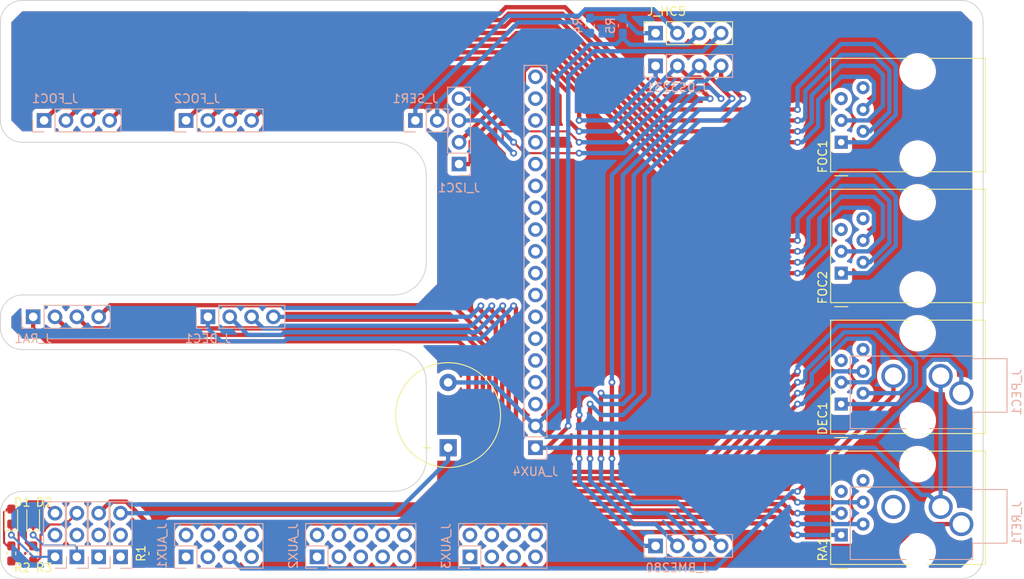
<source format=kicad_pcb>
(kicad_pcb (version 20171130) (host pcbnew 5.1.5+dfsg1-2build2)
  (title_block (rev 1))
  (layers (0 Front signal) (31 Back signal) (34 B.Paste user) (35 F.Paste user) (36 B.SilkS user) (37 F.SilkS user) (38 B.Mask user) (39 F.Mask user) (44 Edge.Cuts user))
  (net 0 "")
  (net 1 Y_2B)
  (net 2 Y_2A)
  (net 3 Y_1A)
  (net 4 Y_1B)
  (net 5 E0_2B)
  (net 6 E0_2A)
  (net 7 E0_1A)
  (net 8 E0_1B)
  (net 9 E1_2B)
  (net 10 E1_2A)
  (net 11 E1_1A)
  (net 12 E1_1B)
  (net 13 VCC)
  (net 14 GND)
  (net 15 X_1B)
  (net 16 X_1A)
  (net 17 X_2A)
  (net 18 X_2B)
  (net 19 "Net-(J_RET1-PadS)")
  (net 20 BUZZER1)
  (net 21 STATUS_LED1)
  (net 22 STATUS_LED2)
  (net 23 PEC1)
  (net 24 I2C_SCL)
  (net 25 I2C_SDA)
  (net 26 RX1)
  (net 27 TX1)
  (net 28 RETICULE_LED1)
  (net 29 "Net-(D1-Pad2)")
  (net 30 "Net-(D2-Pad2)")
  (net 31 GND_SERV1)
  (net 32 GND_SERV2)
  (net 33 VCC_I2C1)
  (net 34 GND_I2C1)
  (net 35 "Net-(J_HC5-Pad1)")
  (module Resistor_SMD:R_0603_1608Metric_Pad1.05x0.95mm_HandSolder (layer Back) (at 161.29 53.735 270)
    (fp_text reference R5 (at 0 1.43 90) (layer B.SilkS) (effects (justify mirror)))
    (fp_text value 2k)
    (pad 2 smd roundrect (at 0.875 0 270) (size 1.05 0.95) (layers Back B.Paste B.Mask) (net 14 GND))
    (pad 1 smd roundrect (at -0.875 0 270) (size 1.05 0.95) (layers Back B.Paste B.Mask) (net 35 "Net-(J_HC5-Pad1)"))
  )
  (module Resistor_SMD:R_0603_1608Metric_Pad1.05x0.95mm_HandSolder (layer Back) (at 157.48 53.735 270)
    (fp_text reference R4 (at 0 1.43 90) (layer B.SilkS) (effects (justify mirror)))
    (fp_text value 1k)
    (pad 2 smd roundrect (at 0.875 0 270) (size 1.05 0.95) (layers Back B.Paste B.Mask) (net 27 TX1))
    (pad 1 smd roundrect (at -0.875 0 270) (size 1.05 0.95) (layers Back B.Paste B.Mask) (net 35 "Net-(J_HC5-Pad1)"))
  )
  (module Connector_Audio:Jack_3.5mm_CUI_SJ1-3533NG_Horizontal_CircularHoles (layer Back) (at 200.66 111.76 90)
    (fp_text reference J_RET1 (at 0.1 6.45 90) (layer B.SilkS) (effects (justify mirror)))
    (fp_text value AudioJack3)
    (pad R thru_hole circle (at 2 -7.9 90) (size 2.8 2.8) (drill 2) (layers *.Cu *.Mask))
    (pad T thru_hole circle (at 2 -2.4 90) (size 2.8 2.8) (drill 2) (layers *.Cu *.Mask) (net 13 VCC))
    (pad S thru_hole circle (at 0 0 90) (size 2.8 2.8) (drill 2) (layers *.Cu *.Mask) (net 19 "Net-(J_RET1-PadS)"))
  )
  (module Connector_Audio:Jack_3.5mm_CUI_SJ1-3533NG_Horizontal_CircularHoles (layer Back) (at 200.66 96.52 90)
    (fp_text reference J_PEC1 (at 0.1 6.45 90) (layer B.SilkS) (effects (justify mirror)))
    (fp_text value AudioJack3)
    (pad R thru_hole circle (at 2 -7.9 90) (size 2.8 2.8) (drill 2) (layers *.Cu *.Mask) (net 23 PEC1))
    (pad T thru_hole circle (at 2 -2.4 90) (size 2.8 2.8) (drill 2) (layers *.Cu *.Mask) (net 13 VCC))
    (pad S thru_hole circle (at 0 0 90) (size 2.8 2.8) (drill 2) (layers *.Cu *.Mask) (net 14 GND))
  )
  (module Connector_PinSocket_2.54mm:PinSocket_1x04_P2.54mm_Vertical (layer Back) (at 142.24 69.85)
    (fp_text reference J_I2C1 (at 0 2.77) (layer B.SilkS) (effects (justify mirror)))
    (fp_text value RAMPS_I2C)
    (pad 4 thru_hole oval (at 0 -7.62) (size 1.7 1.7) (drill 1) (layers *.Cu *.Mask) (net 24 I2C_SCL))
    (pad 3 thru_hole oval (at 0 -5.08) (size 1.7 1.7) (drill 1) (layers *.Cu *.Mask) (net 25 I2C_SDA))
    (pad 2 thru_hole oval (at 0 -2.54) (size 1.7 1.7) (drill 1) (layers *.Cu *.Mask) (net 34 GND_I2C1))
    (pad 1 thru_hole rect (at 0 0) (size 1.7 1.7) (drill 1) (layers *.Cu *.Mask) (net 33 VCC_I2C1))
  )
  (module Resistor_SMD:R_0603_1608Metric_Pad1.05x0.95mm_HandSolder (layer Front) (at 92.71 115.175 90)
    (fp_text reference R3 (at -1.665 1.27 180) (layer F.SilkS))
    (fp_text value 350)
    (pad 2 smd roundrect (at 0.875 0 90) (size 1.05 0.95) (layers Front F.Paste F.Mask) (net 30 "Net-(D2-Pad2)"))
    (pad 1 smd roundrect (at -0.875 0 90) (size 1.05 0.95) (layers Front F.Paste F.Mask) (net 22 STATUS_LED2))
  )
  (module Resistor_SMD:R_0603_1608Metric_Pad1.05x0.95mm_HandSolder (layer Front) (at 90.17 115.175 90)
    (fp_text reference R2 (at -1.665 1.27 180) (layer F.SilkS))
    (fp_text value 350)
    (pad 2 smd roundrect (at 0.875 0 90) (size 1.05 0.95) (layers Front F.Paste F.Mask) (net 29 "Net-(D1-Pad2)"))
    (pad 1 smd roundrect (at -0.875 0 90) (size 1.05 0.95) (layers Front F.Paste F.Mask) (net 21 STATUS_LED1))
  )
  (module Resistor_SMD:R_0603_1608Metric_Pad1.05x0.95mm_HandSolder (layer Front) (at 106.68 115.175 90)
    (fp_text reference R1 (at 0 -1.43 90) (layer F.SilkS))
    (fp_text value 2k)
    (pad 2 smd roundrect (at 0.875 0 90) (size 1.05 0.95) (layers Front F.Paste F.Mask) (net 19 "Net-(J_RET1-PadS)"))
    (pad 1 smd roundrect (at -0.875 0 90) (size 1.05 0.95) (layers Front F.Paste F.Mask) (net 28 RETICULE_LED1))
  )
  (module LED_SMD:LED_0603_1608Metric_Pad1.05x0.95mm_HandSolder (layer Front) (at 92.71 110.885 90)
    (fp_text reference D2 (at 1.665 1.27 180) (layer F.SilkS))
    (fp_text value LED)
    (pad 2 smd roundrect (at 0.875 0 90) (size 1.05 0.95) (layers Front F.Paste F.Mask) (net 30 "Net-(D2-Pad2)"))
    (pad 1 smd roundrect (at -0.875 0 90) (size 1.05 0.95) (layers Front F.Paste F.Mask) (net 32 GND_SERV2))
  )
  (module LED_SMD:LED_0603_1608Metric_Pad1.05x0.95mm_HandSolder (layer Front) (at 90.17 110.885 90)
    (fp_text reference D1 (at 1.665 1.27 180) (layer F.SilkS))
    (fp_text value LED)
    (pad 2 smd roundrect (at 0.875 0 90) (size 1.05 0.95) (layers Front F.Paste F.Mask) (net 29 "Net-(D1-Pad2)"))
    (pad 1 smd roundrect (at -0.875 0 90) (size 1.05 0.95) (layers Front F.Paste F.Mask) (net 31 GND_SERV1))
  )
  (module Connector_PinSocket_2.54mm:PinSocket_1x04_P2.54mm_Vertical (layer Front) (at 165.1 54.61 90)
    (fp_text reference J_HC5 (at 2.54 1.27 180) (layer F.SilkS))
    (fp_text value Conn_01x04_Female)
    (pad 4 thru_hole oval (at 0 7.62 90) (size 1.7 1.7) (drill 1) (layers *.Cu *.Mask) (net 13 VCC))
    (pad 3 thru_hole oval (at 0 5.08 90) (size 1.7 1.7) (drill 1) (layers *.Cu *.Mask) (net 14 GND))
    (pad 2 thru_hole oval (at 0 2.54 90) (size 1.7 1.7) (drill 1) (layers *.Cu *.Mask) (net 26 RX1))
    (pad 1 thru_hole rect (at 0 0 90) (size 1.7 1.7) (drill 1) (layers *.Cu *.Mask) (net 35 "Net-(J_HC5-Pad1)"))
  )
  (module Connector_PinSocket_2.54mm:PinSocket_1x04_P2.54mm_Vertical (layer Back) (at 165.1 58.42 270)
    (fp_text reference J_DS3231 (at 2.54 -2.54) (layer B.SilkS) (effects (justify mirror)))
    (fp_text value Conn_01x04_Female)
    (pad 4 thru_hole oval (at 0 -7.62 270) (size 1.7 1.7) (drill 1) (layers *.Cu *.Mask) (net 24 I2C_SCL))
    (pad 3 thru_hole oval (at 0 -5.08 270) (size 1.7 1.7) (drill 1) (layers *.Cu *.Mask) (net 25 I2C_SDA))
    (pad 2 thru_hole oval (at 0 -2.54 270) (size 1.7 1.7) (drill 1) (layers *.Cu *.Mask) (net 33 VCC_I2C1))
    (pad 1 thru_hole rect (at 0 0 270) (size 1.7 1.7) (drill 1) (layers *.Cu *.Mask) (net 34 GND_I2C1))
  )
  (module Connector_PinSocket_2.54mm:PinSocket_1x04_P2.54mm_Vertical (layer Back) (at 165.1 114.3 270)
    (fp_text reference J_BME280 (at 2.54 -2.54) (layer B.SilkS) (effects (justify mirror)))
    (fp_text value Conn_01x04_Female)
    (pad 4 thru_hole oval (at 0 -7.62 270) (size 1.7 1.7) (drill 1) (layers *.Cu *.Mask) (net 33 VCC_I2C1))
    (pad 3 thru_hole oval (at 0 -5.08 270) (size 1.7 1.7) (drill 1) (layers *.Cu *.Mask) (net 34 GND_I2C1))
    (pad 2 thru_hole oval (at 0 -2.54 270) (size 1.7 1.7) (drill 1) (layers *.Cu *.Mask) (net 24 I2C_SCL))
    (pad 1 thru_hole rect (at 0 0 270) (size 1.7 1.7) (drill 1) (layers *.Cu *.Mask) (net 25 I2C_SDA))
  )
  (module Connector_PinSocket_2.54mm:PinSocket_1x03_P2.54mm_Vertical (layer Back) (at 102.87 115.57)
    (fp_text reference J_SERV4 hide)
    (fp_text value RAMPS_SERVOS_SER4)
    (pad 3 thru_hole oval (at 0 -5.08) (size 1.7 1.7) (drill 1) (layers *.Cu *.Mask) (net 20 BUZZER1))
    (pad 2 thru_hole oval (at 0 -2.54) (size 1.7 1.7) (drill 1) (layers *.Cu *.Mask))
    (pad 1 thru_hole rect (at 0 0) (size 1.7 1.7) (drill 1) (layers *.Cu *.Mask))
  )
  (module Connector_PinSocket_2.54mm:PinSocket_1x03_P2.54mm_Vertical (layer Back) (at 100.33 115.57)
    (fp_text reference J_SERV3 hide)
    (fp_text value RAMPS_SERVOS_SER3)
    (pad 3 thru_hole oval (at 0 -5.08) (size 1.7 1.7) (drill 1) (layers *.Cu *.Mask) (net 28 RETICULE_LED1))
    (pad 2 thru_hole oval (at 0 -2.54) (size 1.7 1.7) (drill 1) (layers *.Cu *.Mask))
    (pad 1 thru_hole rect (at 0 0) (size 1.7 1.7) (drill 1) (layers *.Cu *.Mask))
  )
  (module Connector_PinSocket_2.54mm:PinSocket_1x03_P2.54mm_Vertical (layer Back) (at 97.79 115.57)
    (fp_text reference J_SERV2 hide)
    (fp_text value RAMPS_SERVOS_SER2)
    (pad 3 thru_hole oval (at 0 -5.08) (size 1.7 1.7) (drill 1) (layers *.Cu *.Mask) (net 22 STATUS_LED2))
    (pad 2 thru_hole oval (at 0 -2.54) (size 1.7 1.7) (drill 1) (layers *.Cu *.Mask))
    (pad 1 thru_hole rect (at 0 0) (size 1.7 1.7) (drill 1) (layers *.Cu *.Mask) (net 32 GND_SERV2))
  )
  (module Connector_PinSocket_2.54mm:PinSocket_1x03_P2.54mm_Vertical (layer Back) (at 95.25 115.57)
    (fp_text reference J_SERV1 hide)
    (fp_text value RAMPS_SERVOS_SER1)
    (pad 3 thru_hole oval (at 0 -5.08) (size 1.7 1.7) (drill 1) (layers *.Cu *.Mask) (net 21 STATUS_LED1))
    (pad 2 thru_hole oval (at 0 -2.54) (size 1.7 1.7) (drill 1) (layers *.Cu *.Mask))
    (pad 1 thru_hole rect (at 0 0) (size 1.7 1.7) (drill 1) (layers *.Cu *.Mask) (net 31 GND_SERV1))
  )
  (module Connector_PinSocket_2.54mm:PinSocket_1x02_P2.54mm_Vertical (layer Back) (at 137.16 64.77 270)
    (fp_text reference J_SER1 (at -2.54 0 180) (layer B.SilkS) (effects (justify mirror)))
    (fp_text value RAMPS_ENDSTOPS)
    (pad 2 thru_hole oval (at 0 -2.54 270) (size 1.7 1.7) (drill 1) (layers *.Cu *.Mask) (net 27 TX1))
    (pad 1 thru_hole rect (at 0 0 270) (size 1.7 1.7) (drill 1) (layers *.Cu *.Mask) (net 26 RX1))
  )
  (module Connector_PinSocket_2.54mm:PinSocket_1x04_P2.54mm_Vertical (layer Back) (at 92.71 87.63 270)
    (fp_text reference J_RA1 (at 2.54 0 180) (layer B.SilkS) (effects (justify mirror)))
    (fp_text value RAMPS_MOTOR)
    (pad 4 thru_hole oval (at 0 -7.62 270) (size 1.7 1.7) (drill 1) (layers *.Cu *.Mask) (net 15 X_1B))
    (pad 3 thru_hole oval (at 0 -5.08 270) (size 1.7 1.7) (drill 1) (layers *.Cu *.Mask) (net 16 X_1A))
    (pad 2 thru_hole oval (at 0 -2.54 270) (size 1.7 1.7) (drill 1) (layers *.Cu *.Mask) (net 17 X_2A))
    (pad 1 thru_hole rect (at 0 0 270) (size 1.7 1.7) (drill 1) (layers *.Cu *.Mask) (net 18 X_2B))
  )
  (module Connector_PinSocket_2.54mm:PinSocket_1x04_P2.54mm_Vertical (layer Back) (at 110.49 64.77 270)
    (fp_text reference J_FOC2 (at -2.54 -1.27 180) (layer B.SilkS) (effects (justify mirror)))
    (fp_text value RAMPS_MOTOR)
    (pad 4 thru_hole oval (at 0 -7.62 270) (size 1.7 1.7) (drill 1) (layers *.Cu *.Mask) (net 12 E1_1B))
    (pad 3 thru_hole oval (at 0 -5.08 270) (size 1.7 1.7) (drill 1) (layers *.Cu *.Mask) (net 11 E1_1A))
    (pad 2 thru_hole oval (at 0 -2.54 270) (size 1.7 1.7) (drill 1) (layers *.Cu *.Mask) (net 10 E1_2A))
    (pad 1 thru_hole rect (at 0 0 270) (size 1.7 1.7) (drill 1) (layers *.Cu *.Mask) (net 9 E1_2B))
  )
  (module Connector_PinSocket_2.54mm:PinSocket_1x04_P2.54mm_Vertical (layer Back) (at 93.98 64.77 270)
    (fp_text reference J_FOC1 (at -2.54 -1.27 180) (layer B.SilkS) (effects (justify mirror)))
    (fp_text value RAMPS_MOTOR)
    (pad 4 thru_hole oval (at 0 -7.62 270) (size 1.7 1.7) (drill 1) (layers *.Cu *.Mask) (net 8 E0_1B))
    (pad 3 thru_hole oval (at 0 -5.08 270) (size 1.7 1.7) (drill 1) (layers *.Cu *.Mask) (net 7 E0_1A))
    (pad 2 thru_hole oval (at 0 -2.54 270) (size 1.7 1.7) (drill 1) (layers *.Cu *.Mask) (net 6 E0_2A))
    (pad 1 thru_hole rect (at 0 0 270) (size 1.7 1.7) (drill 1) (layers *.Cu *.Mask) (net 5 E0_2B))
  )
  (module Connector_PinSocket_2.54mm:PinSocket_1x04_P2.54mm_Vertical (layer Back) (at 113.03 87.63 270)
    (fp_text reference J_DEC1 (at 2.54 0 180) (layer B.SilkS) (effects (justify mirror)))
    (fp_text value RAMPS_MOTOR)
    (pad 4 thru_hole oval (at 0 -7.62 270) (size 1.7 1.7) (drill 1) (layers *.Cu *.Mask) (net 4 Y_1B))
    (pad 3 thru_hole oval (at 0 -5.08 270) (size 1.7 1.7) (drill 1) (layers *.Cu *.Mask) (net 3 Y_1A))
    (pad 2 thru_hole oval (at 0 -2.54 270) (size 1.7 1.7) (drill 1) (layers *.Cu *.Mask) (net 2 Y_2A))
    (pad 1 thru_hole rect (at 0 0 270) (size 1.7 1.7) (drill 1) (layers *.Cu *.Mask) (net 1 Y_2B))
  )
  (module Connector_PinSocket_2.54mm:PinSocket_2x04_P2.54mm_Vertical (layer Back) (at 143.51 115.57 270)
    (fp_text reference J_AUX3 (at -1.27 2.77 90) (layer B.SilkS) (effects (justify mirror)))
    (fp_text value RAMPS_AUX3)
    (pad 8 thru_hole oval (at -2.54 -7.62 270) (size 1.7 1.7) (drill 1) (layers *.Cu *.Mask))
    (pad 7 thru_hole oval (at 0 -7.62 270) (size 1.7 1.7) (drill 1) (layers *.Cu *.Mask))
    (pad 6 thru_hole oval (at -2.54 -5.08 270) (size 1.7 1.7) (drill 1) (layers *.Cu *.Mask))
    (pad 5 thru_hole oval (at 0 -5.08 270) (size 1.7 1.7) (drill 1) (layers *.Cu *.Mask))
    (pad 4 thru_hole oval (at -2.54 -2.54 270) (size 1.7 1.7) (drill 1) (layers *.Cu *.Mask))
    (pad 3 thru_hole oval (at 0 -2.54 270) (size 1.7 1.7) (drill 1) (layers *.Cu *.Mask))
    (pad 2 thru_hole oval (at -2.54 0 270) (size 1.7 1.7) (drill 1) (layers *.Cu *.Mask))
    (pad 1 thru_hole rect (at 0 0 270) (size 1.7 1.7) (drill 1) (layers *.Cu *.Mask))
  )
  (module Connector_PinSocket_2.54mm:PinSocket_2x05_P2.54mm_Vertical (layer Back) (at 125.73 115.57 270)
    (fp_text reference J_AUX2 (at -1.27 2.77 90) (layer B.SilkS) (effects (justify mirror)))
    (fp_text value RAMPS_AUX2)
    (pad 10 thru_hole oval (at -2.54 -10.16 270) (size 1.7 1.7) (drill 1) (layers *.Cu *.Mask))
    (pad 9 thru_hole oval (at 0 -10.16 270) (size 1.7 1.7) (drill 1) (layers *.Cu *.Mask))
    (pad 8 thru_hole oval (at -2.54 -7.62 270) (size 1.7 1.7) (drill 1) (layers *.Cu *.Mask))
    (pad 7 thru_hole oval (at 0 -7.62 270) (size 1.7 1.7) (drill 1) (layers *.Cu *.Mask))
    (pad 6 thru_hole oval (at -2.54 -5.08 270) (size 1.7 1.7) (drill 1) (layers *.Cu *.Mask))
    (pad 5 thru_hole oval (at 0 -5.08 270) (size 1.7 1.7) (drill 1) (layers *.Cu *.Mask))
    (pad 4 thru_hole oval (at -2.54 -2.54 270) (size 1.7 1.7) (drill 1) (layers *.Cu *.Mask))
    (pad 3 thru_hole oval (at 0 -2.54 270) (size 1.7 1.7) (drill 1) (layers *.Cu *.Mask))
    (pad 2 thru_hole oval (at -2.54 0 270) (size 1.7 1.7) (drill 1) (layers *.Cu *.Mask))
    (pad 1 thru_hole rect (at 0 0 270) (size 1.7 1.7) (drill 1) (layers *.Cu *.Mask))
  )
  (module Connector_PinSocket_2.54mm:PinSocket_2x04_P2.54mm_Vertical (layer Back) (at 110.49 115.57 270)
    (fp_text reference J_AUX1 (at -1.27 2.77 90) (layer B.SilkS) (effects (justify mirror)))
    (fp_text value RAMPS_AUX1)
    (pad 8 thru_hole oval (at -2.54 -7.62 270) (size 1.7 1.7) (drill 1) (layers *.Cu *.Mask))
    (pad 7 thru_hole oval (at 0 -7.62 270) (size 1.7 1.7) (drill 1) (layers *.Cu *.Mask))
    (pad 6 thru_hole oval (at -2.54 -5.08 270) (size 1.7 1.7) (drill 1) (layers *.Cu *.Mask))
    (pad 5 thru_hole oval (at 0 -5.08 270) (size 1.7 1.7) (drill 1) (layers *.Cu *.Mask) (net 23 PEC1))
    (pad 4 thru_hole oval (at -2.54 -2.54 270) (size 1.7 1.7) (drill 1) (layers *.Cu *.Mask))
    (pad 3 thru_hole oval (at 0 -2.54 270) (size 1.7 1.7) (drill 1) (layers *.Cu *.Mask))
    (pad 2 thru_hole oval (at -2.54 0 270) (size 1.7 1.7) (drill 1) (layers *.Cu *.Mask))
    (pad 1 thru_hole rect (at 0 0 270) (size 1.7 1.7) (drill 1) (layers *.Cu *.Mask))
  )
  (module Connector_PinSocket_2.54mm:PinSocket_1x18_P2.54mm_Vertical (layer Back) (at 151.13 102.87)
    (fp_text reference J_AUX4 (at 0 2.77) (layer B.SilkS) (effects (justify mirror)))
    (fp_text value RAMPS_AUX-4)
    (pad 18 thru_hole oval (at 0 -43.18) (size 1.7 1.7) (drill 1) (layers *.Cu *.Mask))
    (pad 17 thru_hole oval (at 0 -40.64) (size 1.7 1.7) (drill 1) (layers *.Cu *.Mask))
    (pad 16 thru_hole oval (at 0 -38.1) (size 1.7 1.7) (drill 1) (layers *.Cu *.Mask))
    (pad 15 thru_hole oval (at 0 -35.56) (size 1.7 1.7) (drill 1) (layers *.Cu *.Mask))
    (pad 14 thru_hole oval (at 0 -33.02) (size 1.7 1.7) (drill 1) (layers *.Cu *.Mask))
    (pad 13 thru_hole oval (at 0 -30.48) (size 1.7 1.7) (drill 1) (layers *.Cu *.Mask))
    (pad 12 thru_hole oval (at 0 -27.94) (size 1.7 1.7) (drill 1) (layers *.Cu *.Mask))
    (pad 11 thru_hole oval (at 0 -25.4) (size 1.7 1.7) (drill 1) (layers *.Cu *.Mask))
    (pad 10 thru_hole oval (at 0 -22.86) (size 1.7 1.7) (drill 1) (layers *.Cu *.Mask))
    (pad 9 thru_hole oval (at 0 -20.32) (size 1.7 1.7) (drill 1) (layers *.Cu *.Mask))
    (pad 8 thru_hole oval (at 0 -17.78) (size 1.7 1.7) (drill 1) (layers *.Cu *.Mask))
    (pad 7 thru_hole oval (at 0 -15.24) (size 1.7 1.7) (drill 1) (layers *.Cu *.Mask))
    (pad 6 thru_hole oval (at 0 -12.7) (size 1.7 1.7) (drill 1) (layers *.Cu *.Mask))
    (pad 5 thru_hole oval (at 0 -10.16) (size 1.7 1.7) (drill 1) (layers *.Cu *.Mask))
    (pad 4 thru_hole oval (at 0 -7.62) (size 1.7 1.7) (drill 1) (layers *.Cu *.Mask))
    (pad 3 thru_hole oval (at 0 -5.08) (size 1.7 1.7) (drill 1) (layers *.Cu *.Mask))
    (pad 2 thru_hole oval (at 0 -2.54) (size 1.7 1.7) (drill 1) (layers *.Cu *.Mask) (net 14 GND))
    (pad 1 thru_hole rect (at 0 0) (size 1.7 1.7) (drill 1) (layers *.Cu *.Mask) (net 13 VCC))
  )
  (module Connector_RJ:RJ12_Amphenol_54601 (layer Front) (at 186.69 113.03 90)
    (fp_text reference RA1 (at -1.67 -2.16 90) (layer F.SilkS))
    (fp_text value RJ12)
    (pad 1 thru_hole rect (at 0 0 90) (size 1.52 1.52) (drill 0.76) (layers *.Cu *.Mask) (net 18 X_2B))
    (pad "" np_thru_hole circle (at -1.91 8.89 90) (size 3.25 3.25) (drill 3.25) (layers *.Cu *.Mask))
    (pad 2 thru_hole circle (at 1.27 2.54 90) (size 1.52 1.52) (drill 0.76) (layers *.Cu *.Mask) (net 17 X_2A))
    (pad 3 thru_hole circle (at 2.54 0 90) (size 1.52 1.52) (drill 0.76) (layers *.Cu *.Mask) (net 16 X_1A))
    (pad 4 thru_hole circle (at 3.81 2.54 90) (size 1.52 1.52) (drill 0.76) (layers *.Cu *.Mask) (net 15 X_1B))
    (pad 5 thru_hole circle (at 5.08 0 90) (size 1.52 1.52) (drill 0.76) (layers *.Cu *.Mask))
    (pad 6 thru_hole circle (at 6.35 2.54 90) (size 1.52 1.52) (drill 0.76) (layers *.Cu *.Mask))
    (pad "" np_thru_hole circle (at 8.25 8.89 90) (size 3.25 3.25) (drill 3.25) (layers *.Cu *.Mask))
  )
  (module Connector_RJ:RJ12_Amphenol_54601 (layer Front) (at 186.69 82.55 90)
    (fp_text reference FOC2 (at -1.67 -2.16 90) (layer F.SilkS))
    (fp_text value RJ12)
    (pad 1 thru_hole rect (at 0 0 90) (size 1.52 1.52) (drill 0.76) (layers *.Cu *.Mask) (net 9 E1_2B))
    (pad "" np_thru_hole circle (at -1.91 8.89 90) (size 3.25 3.25) (drill 3.25) (layers *.Cu *.Mask))
    (pad 2 thru_hole circle (at 1.27 2.54 90) (size 1.52 1.52) (drill 0.76) (layers *.Cu *.Mask) (net 10 E1_2A))
    (pad 3 thru_hole circle (at 2.54 0 90) (size 1.52 1.52) (drill 0.76) (layers *.Cu *.Mask) (net 11 E1_1A))
    (pad 4 thru_hole circle (at 3.81 2.54 90) (size 1.52 1.52) (drill 0.76) (layers *.Cu *.Mask) (net 12 E1_1B))
    (pad 5 thru_hole circle (at 5.08 0 90) (size 1.52 1.52) (drill 0.76) (layers *.Cu *.Mask))
    (pad 6 thru_hole circle (at 6.35 2.54 90) (size 1.52 1.52) (drill 0.76) (layers *.Cu *.Mask))
    (pad "" np_thru_hole circle (at 8.25 8.89 90) (size 3.25 3.25) (drill 3.25) (layers *.Cu *.Mask))
  )
  (module Connector_RJ:RJ12_Amphenol_54601 (layer Front) (at 186.69 67.31 90)
    (fp_text reference FOC1 (at -1.67 -2.16 90) (layer F.SilkS))
    (fp_text value RJ12)
    (pad 1 thru_hole rect (at 0 0 90) (size 1.52 1.52) (drill 0.76) (layers *.Cu *.Mask) (net 5 E0_2B))
    (pad "" np_thru_hole circle (at -1.91 8.89 90) (size 3.25 3.25) (drill 3.25) (layers *.Cu *.Mask))
    (pad 2 thru_hole circle (at 1.27 2.54 90) (size 1.52 1.52) (drill 0.76) (layers *.Cu *.Mask) (net 6 E0_2A))
    (pad 3 thru_hole circle (at 2.54 0 90) (size 1.52 1.52) (drill 0.76) (layers *.Cu *.Mask) (net 7 E0_1A))
    (pad 4 thru_hole circle (at 3.81 2.54 90) (size 1.52 1.52) (drill 0.76) (layers *.Cu *.Mask) (net 8 E0_1B))
    (pad 5 thru_hole circle (at 5.08 0 90) (size 1.52 1.52) (drill 0.76) (layers *.Cu *.Mask))
    (pad 6 thru_hole circle (at 6.35 2.54 90) (size 1.52 1.52) (drill 0.76) (layers *.Cu *.Mask))
    (pad "" np_thru_hole circle (at 8.25 8.89 90) (size 3.25 3.25) (drill 3.25) (layers *.Cu *.Mask))
  )
  (module Connector_RJ:RJ12_Amphenol_54601 (layer Front) (at 186.69 97.79 90)
    (fp_text reference DEC1 (at -1.67 -2.16 90) (layer F.SilkS))
    (fp_text value RJ12)
    (pad 1 thru_hole rect (at 0 0 90) (size 1.52 1.52) (drill 0.76) (layers *.Cu *.Mask) (net 1 Y_2B))
    (pad "" np_thru_hole circle (at -1.91 8.89 90) (size 3.25 3.25) (drill 3.25) (layers *.Cu *.Mask))
    (pad 2 thru_hole circle (at 1.27 2.54 90) (size 1.52 1.52) (drill 0.76) (layers *.Cu *.Mask) (net 2 Y_2A))
    (pad 3 thru_hole circle (at 2.54 0 90) (size 1.52 1.52) (drill 0.76) (layers *.Cu *.Mask) (net 3 Y_1A))
    (pad 4 thru_hole circle (at 3.81 2.54 90) (size 1.52 1.52) (drill 0.76) (layers *.Cu *.Mask) (net 4 Y_1B))
    (pad 5 thru_hole circle (at 5.08 0 90) (size 1.52 1.52) (drill 0.76) (layers *.Cu *.Mask))
    (pad 6 thru_hole circle (at 6.35 2.54 90) (size 1.52 1.52) (drill 0.76) (layers *.Cu *.Mask))
    (pad "" np_thru_hole circle (at 8.25 8.89 90) (size 3.25 3.25) (drill 3.25) (layers *.Cu *.Mask))
  )
  (module Buzzer_Beeper:Buzzer_12x9.5RM7.6 (layer Front) (at 140.97 102.87 90)
    (fp_text reference BZ1 hide)
    (fp_text value Buzzer)
    (fp_text user + (at -0.01 -2.54 90) (layer F.SilkS))
    (pad 2 thru_hole circle (at 7.6 0 90) (size 2 2) (drill 1) (layers *.Cu *.Mask) (net 14 GND))
    (pad 1 thru_hole rect (at 0 0 90) (size 2 2) (drill 1) (layers *.Cu *.Mask) (net 20 BUZZER1))
  )
  (gr_arc (start 134.62 104.14) (end 134.62 107.95) (angle -90) (layer Edge.Cuts) (width 0.1))
  (gr_arc (start 134.62 95.25) (end 138.43 95.25) (angle -90) (layer Edge.Cuts) (width 0.1))
  (gr_arc (start 134.62 81.28) (end 134.62 85.09) (angle -90) (layer Edge.Cuts) (width 0.1))
  (gr_arc (start 134.62 71.12) (end 138.43 71.12) (angle -90) (layer Edge.Cuts) (width 0.1))
  (gr_line (start 88.9 88.9) (end 88.9 87.63) (layer Edge.Cuts) (width 0.1))
  (gr_arc (start 200.66 53.34) (end 203.2 53.34) (angle -90) (layer Edge.Cuts) (width 0.1))
  (gr_arc (start 200.66 115.57) (end 200.66 118.11) (angle -90) (layer Edge.Cuts) (width 0.1))
  (gr_line (start 203.2 53.34) (end 203.2 115.57) (layer Edge.Cuts) (width 0.1))
  (gr_arc (start 91.44 88.9) (end 88.9 88.9) (angle -90) (layer Edge.Cuts) (width 0.1))
  (gr_arc (start 91.44 87.63) (end 91.44 85.09) (angle -90) (layer Edge.Cuts) (width 0.1))
  (gr_line (start 138.43 71.12) (end 138.43 81.28) (layer Edge.Cuts) (width 0.1))
  (gr_line (start 91.44 85.09) (end 134.62 85.09) (layer Edge.Cuts) (width 0.1))
  (gr_arc (start 91.44 64.77) (end 88.9 64.77) (angle -90) (layer Edge.Cuts) (width 0.1))
  (gr_arc (start 91.44 53.34) (end 91.44 50.8) (angle -90) (layer Edge.Cuts) (width 0.1))
  (gr_arc (start 91.44 110.49) (end 91.44 107.95) (angle -90) (layer Edge.Cuts) (width 0.1))
  (gr_arc (start 91.44 115.57) (end 88.9 115.57) (angle -90) (layer Edge.Cuts) (width 0.1))
  (gr_line (start 88.9 64.77) (end 88.9 53.34) (layer Edge.Cuts) (width 0.1))
  (gr_line (start 134.62 67.31) (end 91.44 67.31) (layer Edge.Cuts) (width 0.1))
  (gr_line (start 138.43 95.25) (end 138.43 104.14) (layer Edge.Cuts) (width 0.1))
  (gr_line (start 134.62 91.44) (end 91.44 91.44) (layer Edge.Cuts) (width 0.1))
  (gr_line (start 88.9 110.49) (end 88.9 115.57) (layer Edge.Cuts) (width 0.1))
  (gr_line (start 134.62 107.95) (end 91.44 107.95) (layer Edge.Cuts) (width 0.1))
  (gr_line (start 91.44 118.11) (end 179.07 118.11) (layer Edge.Cuts) (width 0.1))
  (gr_line (start 200.66 118.11) (end 179.07 118.11) (layer Edge.Cuts) (width 0.1))
  (gr_line (start 91.44 50.8) (end 200.66 50.8) (layer Edge.Cuts) (width 0.1))
  (segment (start 148.859911 86.629911) (end 148.859911 105.679911) (width 0.5) (layer Front) (net 1))
  (segment (start 148.59 86.36) (end 144.78 90.17) (width 0.5) (layer Back) (net 1))
  (via (at 181.611404 93.981404) (size 0.8) (drill 0.4) (layers Front Back) (net 1))
  (segment (start 122.229352 90.17) (end 121.919329 90.480023) (width 0.5) (layer Back) (net 1))
  (segment (start 181.238597 94.351403) (end 181.611404 94.351403) (width 0.5) (layer Front) (net 1))
  (segment (start 169.910089 105.679911) (end 181.238597 94.351403) (width 0.5) (layer Front) (net 1))
  (segment (start 181.611404 94.351403) (end 181.611404 93.981404) (width 0.5) (layer Front) (net 1))
  (segment (start 148.859911 105.679911) (end 169.910089 105.679911) (width 0.5) (layer Front) (net 1))
  (via (at 148.59 86.36) (size 0.8) (drill 0.4) (layers Front Back) (net 1))
  (segment (start 113.03 88.98) (end 113.03 87.63) (width 0.5) (layer Back) (net 1))
  (segment (start 114.530023 90.480023) (end 113.03 88.98) (width 0.5) (layer Back) (net 1))
  (segment (start 148.59 86.36) (end 148.859911 86.629911) (width 0.5) (layer Front) (net 1))
  (segment (start 121.919329 90.480023) (end 114.530023 90.480023) (width 0.5) (layer Back) (net 1))
  (segment (start 144.78 90.17) (end 122.229352 90.17) (width 0.5) (layer Back) (net 1))
  (segment (start 193.284324 97.79) (end 195.410011 95.664313) (width 0.5) (layer Back) (net 1))
  (segment (start 191.210002 88.67998) (end 186.347143 88.67998) (width 0.5) (layer Back) (net 1))
  (segment (start 181.611404 93.415719) (end 181.611404 93.981404) (width 0.5) (layer Back) (net 1))
  (segment (start 195.410011 92.879989) (end 191.210002 88.67998) (width 0.5) (layer Back) (net 1))
  (segment (start 186.69 97.79) (end 193.284324 97.79) (width 0.5) (layer Back) (net 1))
  (segment (start 195.410011 95.664313) (end 195.410011 92.879989) (width 0.5) (layer Back) (net 1))
  (segment (start 186.347143 88.67998) (end 181.611404 93.415719) (width 0.5) (layer Back) (net 1))
  (segment (start 117.670012 89.730012) (end 121.608665 89.730012) (width 0.5) (layer Back) (net 2))
  (segment (start 121.918688 89.419989) (end 144.260011 89.419989) (width 0.5) (layer Back) (net 2))
  (via (at 147.321404 86.355788) (size 0.8) (drill 0.4) (layers Front Back) (net 2))
  (segment (start 181.211405 95.651403) (end 181.208597 95.651403) (width 0.5) (layer Front) (net 2))
  (segment (start 147.321404 86.921473) (end 147.321404 86.355788) (width 0.5) (layer Front) (net 2))
  (segment (start 170.430078 106.429922) (end 148.549247 106.429922) (width 0.5) (layer Front) (net 2))
  (segment (start 146.921405 86.755787) (end 147.321404 86.355788) (width 0.5) (layer Back) (net 2))
  (via (at 181.611404 95.251404) (size 0.8) (drill 0.4) (layers Front Back) (net 2))
  (segment (start 148.010064 105.890739) (end 148.010064 87.610133) (width 0.5) (layer Front) (net 2))
  (segment (start 181.611404 95.251404) (end 181.211405 95.651403) (width 0.5) (layer Front) (net 2))
  (segment (start 144.260011 89.419989) (end 146.921405 86.758595) (width 0.5) (layer Back) (net 2))
  (segment (start 115.57 87.63) (end 117.670012 89.730012) (width 0.5) (layer Back) (net 2))
  (segment (start 146.921405 86.758595) (end 146.921405 86.755787) (width 0.5) (layer Back) (net 2))
  (segment (start 148.549247 106.429922) (end 148.010064 105.890739) (width 0.5) (layer Front) (net 2))
  (segment (start 121.608665 89.730012) (end 121.918688 89.419989) (width 0.5) (layer Back) (net 2))
  (segment (start 181.208597 95.651403) (end 170.430078 106.429922) (width 0.5) (layer Front) (net 2))
  (segment (start 148.010064 87.610133) (end 147.321404 86.921473) (width 0.5) (layer Front) (net 2))
  (segment (start 182.177089 95.251404) (end 181.611404 95.251404) (width 0.5) (layer Back) (net 2))
  (segment (start 182.511405 94.917088) (end 182.177089 95.251404) (width 0.5) (layer Back) (net 2))
  (segment (start 187.044532 89.429991) (end 182.511405 93.963118) (width 0.5) (layer Back) (net 2))
  (segment (start 194.66 93.607998) (end 190.481993 89.429991) (width 0.5) (layer Back) (net 2))
  (segment (start 190.481993 89.429991) (end 187.044532 89.429991) (width 0.5) (layer Back) (net 2))
  (segment (start 194.66 95.35365) (end 194.66 93.607998) (width 0.5) (layer Back) (net 2))
  (segment (start 189.23 96.52) (end 193.49365 96.52) (width 0.5) (layer Back) (net 2))
  (segment (start 182.511405 93.963118) (end 182.511405 94.917088) (width 0.5) (layer Back) (net 2))
  (segment (start 193.49365 96.52) (end 194.66 95.35365) (width 0.5) (layer Back) (net 2))
  (via (at 181.611404 96.521404) (size 0.8) (drill 0.4) (layers Front Back) (net 3))
  (segment (start 186.69 95.25) (end 189.824802 95.25) (width 0.5) (layer Back) (net 3))
  (segment (start 190.490001 94.584801) (end 190.490001 90.835199) (width 0.5) (layer Back) (net 3))
  (segment (start 183.261416 95.437077) (end 182.177089 96.521404) (width 0.5) (layer Back) (net 3))
  (segment (start 190.490001 90.835199) (end 189.834801 90.179999) (width 0.5) (layer Back) (net 3))
  (segment (start 183.261416 94.273781) (end 183.261416 95.437077) (width 0.5) (layer Back) (net 3))
  (segment (start 189.834801 90.179999) (end 187.355198 90.179999) (width 0.5) (layer Back) (net 3))
  (segment (start 187.355198 90.179999) (end 183.261416 94.273781) (width 0.5) (layer Back) (net 3))
  (segment (start 189.824802 95.25) (end 190.490001 94.584801) (width 0.5) (layer Back) (net 3))
  (segment (start 182.177089 96.521404) (end 181.611404 96.521404) (width 0.5) (layer Back) (net 3))
  (via (at 146.05 86.357192) (size 0.8) (drill 0.4) (layers Front Back) (net 3))
  (segment (start 145.650001 86.757191) (end 146.05 86.357192) (width 0.5) (layer Back) (net 3))
  (segment (start 145.650001 86.759998) (end 145.650001 86.757191) (width 0.5) (layer Back) (net 3))
  (segment (start 143.740021 88.669978) (end 145.650001 86.759998) (width 0.5) (layer Back) (net 3))
  (segment (start 121.608024 88.669978) (end 143.740021 88.669978) (width 0.5) (layer Back) (net 3))
  (segment (start 121.298001 88.980001) (end 121.608024 88.669978) (width 0.5) (layer Back) (net 3))
  (segment (start 119.460001 88.980001) (end 121.298001 88.980001) (width 0.5) (layer Back) (net 3))
  (segment (start 118.11 87.63) (end 119.460001 88.980001) (width 0.5) (layer Back) (net 3))
  (segment (start 181.208597 96.921403) (end 170.950067 107.179933) (width 0.5) (layer Front) (net 3))
  (segment (start 181.211405 96.921403) (end 181.208597 96.921403) (width 0.5) (layer Front) (net 3))
  (segment (start 170.950067 107.179933) (end 148.238583 107.179933) (width 0.5) (layer Front) (net 3))
  (segment (start 146.05 86.922877) (end 146.05 86.357192) (width 0.5) (layer Front) (net 3))
  (segment (start 148.238583 107.179933) (end 147.260053 106.201403) (width 0.5) (layer Front) (net 3))
  (segment (start 147.260053 88.13293) (end 146.05 86.922877) (width 0.5) (layer Front) (net 3))
  (segment (start 181.611404 96.521404) (end 181.211405 96.921403) (width 0.5) (layer Front) (net 3))
  (segment (start 147.260053 106.201403) (end 147.260053 88.13293) (width 0.5) (layer Front) (net 3))
  (segment (start 189.23 93.98) (end 185.988493 93.98) (width 0.5) (layer Back) (net 4))
  (via (at 181.611404 97.791404) (size 0.8) (drill 0.4) (layers Front Back) (net 4))
  (segment (start 182.177089 97.791404) (end 181.611404 97.791404) (width 0.5) (layer Back) (net 4))
  (segment (start 185.988493 93.98) (end 182.177089 97.791404) (width 0.5) (layer Back) (net 4))
  (segment (start 120.65 87.63) (end 143.507192 87.63) (width 0.5) (layer Back) (net 4))
  (via (at 144.778596 86.358596) (size 0.8) (drill 0.4) (layers Front Back) (net 4))
  (segment (start 143.507192 87.63) (end 144.778596 86.358596) (width 0.5) (layer Back) (net 4))
  (segment (start 181.611404 97.791404) (end 171.472864 107.929944) (width 0.5) (layer Front) (net 4))
  (segment (start 171.472864 107.929944) (end 147.718594 107.929944) (width 0.5) (layer Front) (net 4))
  (segment (start 147.718594 107.929944) (end 146.510042 106.721392) (width 0.5) (layer Front) (net 4))
  (segment (start 146.510042 106.721392) (end 146.510042 88.655727) (width 0.5) (layer Front) (net 4))
  (segment (start 146.510042 88.655727) (end 144.778596 86.924281) (width 0.5) (layer Front) (net 4))
  (segment (start 144.778596 86.924281) (end 144.778596 86.358596) (width 0.5) (layer Front) (net 4))
  (via (at 181.61 63.5) (size 0.8) (drill 0.4) (layers Front Back) (net 5))
  (segment (start 190.5 55.88) (end 193.04 58.42) (width 0.5) (layer Back) (net 5))
  (segment (start 189.824802 67.31) (end 186.69 67.31) (width 0.5) (layer Back) (net 5))
  (segment (start 193.04 64.094802) (end 189.824802 67.31) (width 0.5) (layer Back) (net 5))
  (segment (start 193.04 58.42) (end 193.04 64.094802) (width 0.5) (layer Back) (net 5))
  (segment (start 186.69 55.88) (end 190.5 55.88) (width 0.5) (layer Back) (net 5))
  (segment (start 181.61 60.96) (end 186.69 55.88) (width 0.5) (layer Back) (net 5))
  (segment (start 181.61 63.5) (end 181.61 60.96) (width 0.5) (layer Back) (net 5))
  (segment (start 166.484077 63.5) (end 181.61 63.5) (width 0.5) (layer Front) (net 5))
  (segment (start 154.573977 51.5899) (end 166.484077 63.5) (width 0.5) (layer Front) (net 5))
  (segment (start 147.686023 51.5899) (end 154.573977 51.5899) (width 0.5) (layer Front) (net 5))
  (segment (start 118.677389 52.339911) (end 146.936012 52.339911) (width 0.5) (layer Front) (net 5))
  (segment (start 114.927334 56.089966) (end 118.677389 52.339911) (width 0.5) (layer Front) (net 5))
  (segment (start 146.936012 52.339911) (end 147.686023 51.5899) (width 0.5) (layer Front) (net 5))
  (segment (start 102.660034 56.089966) (end 114.927334 56.089966) (width 0.5) (layer Front) (net 5))
  (segment (start 93.98 64.77) (end 102.660034 56.089966) (width 0.5) (layer Front) (net 5))
  (via (at 181.61 64.77) (size 0.8) (drill 0.4) (layers Front Back) (net 6))
  (segment (start 190.5 57.15) (end 192.289989 58.939989) (width 0.5) (layer Back) (net 6))
  (segment (start 181.61 64.77) (end 182.175685 64.77) (width 0.5) (layer Back) (net 6))
  (segment (start 182.510001 61.329999) (end 186.69 57.15) (width 0.5) (layer Back) (net 6))
  (segment (start 182.175685 64.77) (end 182.510001 64.435684) (width 0.5) (layer Back) (net 6))
  (segment (start 186.69 57.15) (end 190.5 57.15) (width 0.5) (layer Back) (net 6))
  (segment (start 182.510001 64.435684) (end 182.510001 61.329999) (width 0.5) (layer Back) (net 6))
  (segment (start 192.289989 58.939989) (end 192.289989 63.784139) (width 0.5) (layer Back) (net 6))
  (segment (start 192.289989 63.784139) (end 190.034128 66.04) (width 0.5) (layer Back) (net 6))
  (segment (start 190.034128 66.04) (end 189.23 66.04) (width 0.5) (layer Back) (net 6))
  (segment (start 97.369999 63.920001) (end 96.52 64.77) (width 0.5) (layer Front) (net 6))
  (segment (start 118.988053 53.089922) (end 115.237998 56.839977) (width 0.5) (layer Front) (net 6))
  (segment (start 147.246677 53.089922) (end 118.988053 53.089922) (width 0.5) (layer Front) (net 6))
  (segment (start 147.996687 52.339911) (end 147.246677 53.089922) (width 0.5) (layer Front) (net 6))
  (segment (start 166.693402 64.77) (end 154.263313 52.339911) (width 0.5) (layer Front) (net 6))
  (segment (start 181.61 64.77) (end 166.693402 64.77) (width 0.5) (layer Front) (net 6))
  (segment (start 154.263313 52.339911) (end 147.996687 52.339911) (width 0.5) (layer Front) (net 6))
  (segment (start 104.450023 56.839977) (end 97.369999 63.920001) (width 0.5) (layer Front) (net 6))
  (segment (start 115.237998 56.839977) (end 104.450023 56.839977) (width 0.5) (layer Front) (net 6))
  (segment (start 190.5 58.42) (end 191.539978 59.459978) (width 0.5) (layer Back) (net 7))
  (segment (start 187.764802 64.77) (end 186.69 64.77) (width 0.5) (layer Back) (net 7))
  (segment (start 191.539978 59.459978) (end 191.539978 63.054824) (width 0.5) (layer Back) (net 7))
  (via (at 181.61 66.04) (size 0.8) (drill 0.4) (layers Front Back) (net 7))
  (segment (start 183.260012 61.849988) (end 186.69 58.42) (width 0.5) (layer Back) (net 7))
  (segment (start 189.824802 64.77) (end 187.764802 64.77) (width 0.5) (layer Back) (net 7))
  (segment (start 181.61 66.04) (end 182.175685 66.04) (width 0.5) (layer Back) (net 7))
  (segment (start 191.539978 63.054824) (end 189.824802 64.77) (width 0.5) (layer Back) (net 7))
  (segment (start 182.175685 66.04) (end 183.260012 64.955673) (width 0.5) (layer Back) (net 7))
  (segment (start 183.260012 64.955673) (end 183.260012 61.849988) (width 0.5) (layer Back) (net 7))
  (segment (start 186.69 58.42) (end 190.5 58.42) (width 0.5) (layer Back) (net 7))
  (segment (start 166.902727 66.04) (end 153.952649 53.089922) (width 0.5) (layer Front) (net 7))
  (segment (start 99.909999 63.920001) (end 99.06 64.77) (width 0.5) (layer Front) (net 7))
  (segment (start 106.240012 57.589988) (end 99.909999 63.920001) (width 0.5) (layer Front) (net 7))
  (segment (start 115.548662 57.589988) (end 106.240012 57.589988) (width 0.5) (layer Front) (net 7))
  (segment (start 119.298717 53.839933) (end 115.548662 57.589988) (width 0.5) (layer Front) (net 7))
  (segment (start 147.55734 53.839933) (end 119.298717 53.839933) (width 0.5) (layer Front) (net 7))
  (segment (start 153.952649 53.089922) (end 148.307351 53.089922) (width 0.5) (layer Front) (net 7))
  (segment (start 148.307351 53.089922) (end 147.55734 53.839933) (width 0.5) (layer Front) (net 7))
  (segment (start 181.61 66.04) (end 166.902727 66.04) (width 0.5) (layer Front) (net 7))
  (via (at 181.61 67.31) (size 0.8) (drill 0.4) (layers Front Back) (net 8))
  (segment (start 189.824802 59.69) (end 186.69 59.69) (width 0.5) (layer Back) (net 8))
  (segment (start 182.175685 67.31) (end 181.61 67.31) (width 0.5) (layer Back) (net 8))
  (segment (start 190.490001 60.355199) (end 189.824802 59.69) (width 0.5) (layer Back) (net 8))
  (segment (start 184.010023 62.369977) (end 184.010023 65.475662) (width 0.5) (layer Back) (net 8))
  (segment (start 189.23 63.5) (end 190.490001 62.239999) (width 0.5) (layer Back) (net 8))
  (segment (start 184.010023 65.475662) (end 182.175685 67.31) (width 0.5) (layer Back) (net 8))
  (segment (start 190.490001 62.239999) (end 190.490001 60.355199) (width 0.5) (layer Back) (net 8))
  (segment (start 186.69 59.69) (end 184.010023 62.369977) (width 0.5) (layer Back) (net 8))
  (segment (start 102.449999 63.920001) (end 101.6 64.77) (width 0.5) (layer Front) (net 8))
  (segment (start 115.859326 58.339999) (end 108.030001 58.339999) (width 0.5) (layer Front) (net 8))
  (segment (start 147.868005 54.589944) (end 119.609381 54.589944) (width 0.5) (layer Front) (net 8))
  (segment (start 148.618015 53.839933) (end 147.868005 54.589944) (width 0.5) (layer Front) (net 8))
  (segment (start 153.641985 53.839933) (end 148.618015 53.839933) (width 0.5) (layer Front) (net 8))
  (segment (start 119.609381 54.589944) (end 115.859326 58.339999) (width 0.5) (layer Front) (net 8))
  (segment (start 181.61 67.31) (end 167.112052 67.31) (width 0.5) (layer Front) (net 8))
  (segment (start 167.112052 67.31) (end 153.641985 53.839933) (width 0.5) (layer Front) (net 8))
  (segment (start 108.030001 58.339999) (end 102.449999 63.920001) (width 0.5) (layer Front) (net 8))
  (segment (start 186.69 82.55) (end 189.824802 82.55) (width 0.5) (layer Back) (net 9))
  (segment (start 193.04 73.66) (end 190.5 71.12) (width 0.5) (layer Back) (net 9))
  (segment (start 189.824802 82.55) (end 193.04 79.334802) (width 0.5) (layer Back) (net 9))
  (segment (start 193.04 79.334802) (end 193.04 73.66) (width 0.5) (layer Back) (net 9))
  (via (at 181.61 78.74) (size 0.8) (drill 0.4) (layers Front Back) (net 9))
  (segment (start 190.5 71.12) (end 186.69 71.12) (width 0.5) (layer Back) (net 9))
  (segment (start 186.69 71.12) (end 181.61 76.2) (width 0.5) (layer Back) (net 9))
  (segment (start 181.61 76.2) (end 181.61 78.74) (width 0.5) (layer Back) (net 9))
  (segment (start 177.481377 78.74) (end 153.331321 54.589944) (width 0.5) (layer Front) (net 9))
  (segment (start 148.928679 54.589944) (end 148.178668 55.339955) (width 0.5) (layer Front) (net 9))
  (segment (start 153.331321 54.589944) (end 148.928679 54.589944) (width 0.5) (layer Front) (net 9))
  (segment (start 119.920045 55.339955) (end 110.49 64.77) (width 0.5) (layer Front) (net 9))
  (segment (start 181.61 78.74) (end 177.481377 78.74) (width 0.5) (layer Front) (net 9))
  (segment (start 148.178668 55.339955) (end 119.920045 55.339955) (width 0.5) (layer Front) (net 9))
  (via (at 181.61 80.01) (size 0.8) (drill 0.4) (layers Front Back) (net 10))
  (segment (start 182.175685 80.01) (end 181.61 80.01) (width 0.5) (layer Back) (net 10))
  (segment (start 182.88 76.2) (end 182.88 79.305685) (width 0.5) (layer Back) (net 10))
  (segment (start 186.69 72.39) (end 182.88 76.2) (width 0.5) (layer Back) (net 10))
  (segment (start 190.5 72.39) (end 186.69 72.39) (width 0.5) (layer Back) (net 10))
  (segment (start 182.88 79.305685) (end 182.175685 80.01) (width 0.5) (layer Back) (net 10))
  (segment (start 192.289989 79.024139) (end 192.289989 74.179989) (width 0.5) (layer Back) (net 10))
  (segment (start 190.034128 81.28) (end 192.289989 79.024139) (width 0.5) (layer Back) (net 10))
  (segment (start 192.289989 74.179989) (end 190.5 72.39) (width 0.5) (layer Back) (net 10))
  (segment (start 189.23 81.28) (end 190.034128 81.28) (width 0.5) (layer Back) (net 10))
  (segment (start 149.239343 55.339955) (end 148.489333 56.089966) (width 0.5) (layer Front) (net 10))
  (segment (start 177.690702 80.01) (end 153.020657 55.339955) (width 0.5) (layer Front) (net 10))
  (segment (start 121.710034 56.089966) (end 113.879999 63.920001) (width 0.5) (layer Front) (net 10))
  (segment (start 113.879999 63.920001) (end 113.03 64.77) (width 0.5) (layer Front) (net 10))
  (segment (start 181.61 80.01) (end 177.690702 80.01) (width 0.5) (layer Front) (net 10))
  (segment (start 153.020657 55.339955) (end 149.239343 55.339955) (width 0.5) (layer Front) (net 10))
  (segment (start 148.489333 56.089966) (end 121.710034 56.089966) (width 0.5) (layer Front) (net 10))
  (via (at 181.61 81.28) (size 0.8) (drill 0.4) (layers Front Back) (net 11))
  (segment (start 184.15 79.305685) (end 182.175685 81.28) (width 0.5) (layer Back) (net 11))
  (segment (start 182.175685 81.28) (end 181.61 81.28) (width 0.5) (layer Back) (net 11))
  (segment (start 184.15 76.2) (end 184.15 79.305685) (width 0.5) (layer Back) (net 11))
  (segment (start 186.69 73.66) (end 184.15 76.2) (width 0.5) (layer Back) (net 11))
  (segment (start 190.5 73.66) (end 186.69 73.66) (width 0.5) (layer Back) (net 11))
  (segment (start 191.539978 74.699978) (end 190.5 73.66) (width 0.5) (layer Back) (net 11))
  (segment (start 191.539978 78.294824) (end 191.539978 74.699978) (width 0.5) (layer Back) (net 11))
  (segment (start 189.824802 80.01) (end 191.539978 78.294824) (width 0.5) (layer Back) (net 11))
  (segment (start 186.69 80.01) (end 189.824802 80.01) (width 0.5) (layer Back) (net 11))
  (segment (start 177.900027 81.28) (end 152.709993 56.089966) (width 0.5) (layer Front) (net 11))
  (segment (start 181.61 81.28) (end 177.900027 81.28) (width 0.5) (layer Front) (net 11))
  (segment (start 123.500023 56.839977) (end 116.419999 63.920001) (width 0.5) (layer Front) (net 11))
  (segment (start 148.799996 56.839977) (end 123.500023 56.839977) (width 0.5) (layer Front) (net 11))
  (segment (start 152.709993 56.089966) (end 149.550007 56.089966) (width 0.5) (layer Front) (net 11))
  (segment (start 149.550007 56.089966) (end 148.799996 56.839977) (width 0.5) (layer Front) (net 11))
  (segment (start 116.419999 63.920001) (end 115.57 64.77) (width 0.5) (layer Front) (net 11))
  (via (at 181.61 82.55) (size 0.8) (drill 0.4) (layers Front Back) (net 12))
  (segment (start 182.175685 82.55) (end 181.61 82.55) (width 0.5) (layer Back) (net 12))
  (segment (start 185.42 79.305685) (end 182.175685 82.55) (width 0.5) (layer Back) (net 12))
  (segment (start 189.824802 74.93) (end 186.69 74.93) (width 0.5) (layer Back) (net 12))
  (segment (start 190.490001 75.595199) (end 189.824802 74.93) (width 0.5) (layer Back) (net 12))
  (segment (start 186.69 74.93) (end 185.42 76.2) (width 0.5) (layer Back) (net 12))
  (segment (start 190.490001 77.479999) (end 190.490001 75.595199) (width 0.5) (layer Back) (net 12))
  (segment (start 185.42 76.2) (end 185.42 79.305685) (width 0.5) (layer Back) (net 12))
  (segment (start 189.23 78.74) (end 190.490001 77.479999) (width 0.5) (layer Back) (net 12))
  (segment (start 152.399329 56.839977) (end 149.860671 56.839977) (width 0.5) (layer Front) (net 12))
  (segment (start 178.109352 82.55) (end 152.399329 56.839977) (width 0.5) (layer Front) (net 12))
  (segment (start 149.110661 57.589988) (end 125.290012 57.589988) (width 0.5) (layer Front) (net 12))
  (segment (start 149.860671 56.839977) (end 149.110661 57.589988) (width 0.5) (layer Front) (net 12))
  (segment (start 125.290012 57.589988) (end 118.959999 63.920001) (width 0.5) (layer Front) (net 12))
  (segment (start 181.61 82.55) (end 178.109352 82.55) (width 0.5) (layer Front) (net 12))
  (segment (start 118.959999 63.920001) (end 118.11 64.77) (width 0.5) (layer Front) (net 12))
  (segment (start 198.26 109.26) (end 198.26 109.76) (width 0.5) (layer Back) (net 13))
  (via (at 154.94 100.33) (size 0.8) (drill 0.4) (layers Front Back) (net 13))
  (segment (start 154.94 100.41) (end 152.48 102.87) (width 0.5) (layer Front) (net 13))
  (segment (start 152.48 102.87) (end 151.13 102.87) (width 0.5) (layer Front) (net 13))
  (segment (start 170.619988 56.710012) (end 172.72 54.61) (width 0.5) (layer Back) (net 13))
  (segment (start 157.919988 56.710012) (end 170.619988 56.710012) (width 0.5) (layer Back) (net 13))
  (segment (start 154.94 59.69) (end 157.919988 56.710012) (width 0.5) (layer Back) (net 13))
  (segment (start 154.94 63.5) (end 154.94 59.69) (width 0.5) (layer Back) (net 13))
  (segment (start 154.94 63.5) (end 154.94 100.33) (width 0.5) (layer Back) (net 13))
  (segment (start 198.26 94.52) (end 198.26 109.76) (width 0.5) (layer Back) (net 13))
  (segment (start 196.860001 108.360001) (end 198.26 109.76) (width 0.5) (layer Back) (net 13))
  (segment (start 196.014999 108.360001) (end 196.860001 108.360001) (width 0.5) (layer Back) (net 13))
  (segment (start 190.524998 102.87) (end 196.014999 108.360001) (width 0.5) (layer Back) (net 13))
  (segment (start 151.13 102.87) (end 190.524998 102.87) (width 0.5) (layer Back) (net 13))
  (segment (start 151.11 100.35) (end 151.13 100.33) (width 0.5) (layer Back) (net 14))
  (segment (start 200.66 94.107998) (end 200.66 94.540102) (width 0.5) (layer Back) (net 14))
  (segment (start 199.172001 92.619999) (end 200.66 94.107998) (width 0.5) (layer Back) (net 14))
  (segment (start 200.66 94.540102) (end 200.66 96.52) (width 0.5) (layer Back) (net 14))
  (segment (start 197.347999 92.619999) (end 199.172001 92.619999) (width 0.5) (layer Back) (net 14))
  (segment (start 152.4 101.6) (end 190.534998 101.6) (width 0.5) (layer Back) (net 14))
  (segment (start 196.359999 95.774999) (end 196.359999 93.607999) (width 0.5) (layer Back) (net 14))
  (segment (start 151.13 100.33) (end 152.4 101.6) (width 0.5) (layer Back) (net 14))
  (segment (start 196.359999 93.607999) (end 197.347999 92.619999) (width 0.5) (layer Back) (net 14))
  (segment (start 190.534998 101.6) (end 196.359999 95.774999) (width 0.5) (layer Back) (net 14))
  (segment (start 168.829999 55.960001) (end 169.330001 55.459999) (width 0.5) (layer Back) (net 14))
  (segment (start 169.330001 55.459999) (end 170.18 54.61) (width 0.5) (layer Back) (net 14))
  (segment (start 153.67 97.79) (end 151.13 100.33) (width 0.5) (layer Back) (net 14))
  (segment (start 162.115001 55.960001) (end 168.829999 55.960001) (width 0.5) (layer Back) (net 14))
  (segment (start 161.29 55.135) (end 162.115001 55.960001) (width 0.5) (layer Back) (net 14))
  (segment (start 161.29 54.61) (end 161.29 55.135) (width 0.5) (layer Back) (net 14))
  (segment (start 161.29 55.135) (end 160.545 55.88) (width 0.5) (layer Back) (net 14))
  (segment (start 160.545 55.88) (end 157.48 55.88) (width 0.5) (layer Back) (net 14))
  (segment (start 153.67 59.69) (end 153.67 97.79) (width 0.5) (layer Back) (net 14))
  (segment (start 157.48 55.88) (end 153.67 59.69) (width 0.5) (layer Back) (net 14))
  (segment (start 146.07 95.27) (end 151.13 100.33) (width 0.5) (layer Back) (net 14))
  (segment (start 140.97 95.27) (end 146.07 95.27) (width 0.5) (layer Back) (net 14))
  (segment (start 189.23 109.22) (end 181.61 109.22) (width 0.5) (layer Back) (net 15))
  (via (at 181.61 109.22) (size 0.8) (drill 0.4) (layers Front Back) (net 15))
  (segment (start 145.760031 90.508007) (end 145.760031 107.032056) (width 0.5) (layer Front) (net 15))
  (segment (start 145.760031 107.032056) (end 147.40793 108.679955) (width 0.5) (layer Front) (net 15))
  (segment (start 101.680001 86.279999) (end 141.532023 86.279999) (width 0.5) (layer Front) (net 15))
  (segment (start 100.33 87.63) (end 101.680001 86.279999) (width 0.5) (layer Front) (net 15))
  (segment (start 147.40793 108.679955) (end 181.069955 108.679955) (width 0.5) (layer Front) (net 15))
  (segment (start 141.532023 86.279999) (end 145.760031 90.508007) (width 0.5) (layer Front) (net 15))
  (segment (start 181.210001 108.820001) (end 181.61 109.22) (width 0.5) (layer Front) (net 15))
  (segment (start 181.069955 108.679955) (end 181.210001 108.820001) (width 0.5) (layer Front) (net 15))
  (via (at 181.61 110.49) (size 0.8) (drill 0.4) (layers Front Back) (net 16))
  (segment (start 186.69 110.49) (end 181.61 110.49) (width 0.5) (layer Back) (net 16))
  (segment (start 97.79 87.63) (end 99.140001 88.980001) (width 0.5) (layer Front) (net 16))
  (segment (start 179.984281 109.429966) (end 181.044315 110.49) (width 0.5) (layer Front) (net 16))
  (segment (start 145.01002 107.34272) (end 147.097266 109.429966) (width 0.5) (layer Front) (net 16))
  (segment (start 147.097266 109.429966) (end 179.984281 109.429966) (width 0.5) (layer Front) (net 16))
  (segment (start 181.044315 110.49) (end 181.61 110.49) (width 0.5) (layer Front) (net 16))
  (segment (start 99.140001 88.980001) (end 143.17135 88.980001) (width 0.5) (layer Front) (net 16))
  (segment (start 143.17135 88.980001) (end 145.01002 90.818671) (width 0.5) (layer Front) (net 16))
  (segment (start 145.01002 90.818671) (end 145.01002 107.34272) (width 0.5) (layer Front) (net 16))
  (segment (start 181.612808 111.76) (end 181.611404 111.758596) (width 0.5) (layer Back) (net 17))
  (segment (start 189.23 111.76) (end 181.612808 111.76) (width 0.5) (layer Back) (net 17))
  (via (at 181.611404 111.758596) (size 0.8) (drill 0.4) (layers Front Back) (net 17))
  (segment (start 181.611404 111.758596) (end 181.045719 111.758596) (width 0.5) (layer Front) (net 17))
  (segment (start 142.860686 89.730012) (end 97.350012 89.730012) (width 0.5) (layer Front) (net 17))
  (segment (start 96.099999 88.479999) (end 95.25 87.63) (width 0.5) (layer Front) (net 17))
  (segment (start 181.045719 111.758596) (end 179.4671 110.179977) (width 0.5) (layer Front) (net 17))
  (segment (start 97.350012 89.730012) (end 96.099999 88.479999) (width 0.5) (layer Front) (net 17))
  (segment (start 144.260009 107.653384) (end 144.260009 91.129335) (width 0.5) (layer Front) (net 17))
  (segment (start 146.786602 110.179977) (end 144.260009 107.653384) (width 0.5) (layer Front) (net 17))
  (segment (start 179.4671 110.179977) (end 146.786602 110.179977) (width 0.5) (layer Front) (net 17))
  (segment (start 144.260009 91.129335) (end 142.860686 89.730012) (width 0.5) (layer Front) (net 17))
  (segment (start 181.612808 113.03) (end 181.611404 113.028596) (width 0.5) (layer Back) (net 18))
  (segment (start 186.69 113.03) (end 181.612808 113.03) (width 0.5) (layer Back) (net 18))
  (via (at 181.611404 113.028596) (size 0.8) (drill 0.4) (layers Front Back) (net 18))
  (segment (start 92.71 88.98) (end 92.71 87.63) (width 0.5) (layer Front) (net 18))
  (segment (start 94.210023 90.480023) (end 92.71 88.98) (width 0.5) (layer Front) (net 18))
  (segment (start 142.209869 90.480023) (end 94.210023 90.480023) (width 0.5) (layer Front) (net 18))
  (segment (start 143.339923 91.610077) (end 142.209869 90.480023) (width 0.5) (layer Front) (net 18))
  (segment (start 143.339923 107.793973) (end 143.339923 91.610077) (width 0.5) (layer Front) (net 18))
  (segment (start 146.475938 110.929988) (end 143.339923 107.793973) (width 0.5) (layer Front) (net 18))
  (segment (start 178.947111 110.929988) (end 146.475938 110.929988) (width 0.5) (layer Front) (net 18))
  (segment (start 181.045719 113.028596) (end 178.947111 110.929988) (width 0.5) (layer Front) (net 18))
  (segment (start 181.611404 113.028596) (end 181.045719 113.028596) (width 0.5) (layer Front) (net 18))
  (segment (start 106.68 113.775) (end 106.68 114.3) (width 0.5) (layer Front) (net 19))
  (segment (start 108.775001 111.679999) (end 106.68 113.775) (width 0.5) (layer Front) (net 19))
  (segment (start 177.719999 111.679999) (end 108.775001 111.679999) (width 0.5) (layer Front) (net 19))
  (segment (start 195.614998 111.76) (end 193.074998 114.3) (width 0.5) (layer Front) (net 19))
  (segment (start 200.66 111.76) (end 195.614998 111.76) (width 0.5) (layer Front) (net 19))
  (segment (start 193.074998 114.3) (end 180.34 114.3) (width 0.5) (layer Front) (net 19))
  (segment (start 180.34 114.3) (end 177.719999 111.679999) (width 0.5) (layer Front) (net 19))
  (segment (start 140.97 104.37) (end 140.97 102.87) (width 0.5) (layer Back) (net 20))
  (segment (start 134.85 110.49) (end 140.97 104.37) (width 0.5) (layer Back) (net 20))
  (segment (start 102.87 110.49) (end 134.85 110.49) (width 0.5) (layer Back) (net 20))
  (segment (start 90.645 116.05) (end 90.17 116.05) (width 0.25) (layer Front) (net 21))
  (segment (start 91.02001 110.308768) (end 91.02001 115.67499) (width 0.25) (layer Front) (net 21))
  (segment (start 92.218788 109.10999) (end 91.02001 110.308768) (width 0.25) (layer Front) (net 21))
  (segment (start 93.86999 109.10999) (end 92.218788 109.10999) (width 0.25) (layer Front) (net 21))
  (segment (start 91.02001 115.67499) (end 90.645 116.05) (width 0.25) (layer Front) (net 21))
  (segment (start 95.25 110.49) (end 93.86999 109.10999) (width 0.25) (layer Front) (net 21))
  (segment (start 93.56001 113.008334) (end 93.56001 115.67499) (width 0.25) (layer Front) (net 22))
  (segment (start 93.185 116.05) (end 92.71 116.05) (width 0.25) (layer Front) (net 22))
  (segment (start 94.06002 112.508324) (end 93.56001 113.008334) (width 0.25) (layer Front) (net 22))
  (segment (start 94.661999 111.804999) (end 94.060021 112.406977) (width 0.25) (layer Front) (net 22))
  (segment (start 97.79 110.49) (end 96.475001 111.804999) (width 0.25) (layer Front) (net 22))
  (segment (start 93.56001 115.67499) (end 93.185 116.05) (width 0.25) (layer Front) (net 22))
  (segment (start 94.060021 112.406977) (end 94.06002 112.508324) (width 0.25) (layer Front) (net 22))
  (segment (start 96.475001 111.804999) (end 94.661999 111.804999) (width 0.25) (layer Front) (net 22))
  (via (at 181.61 107.95) (size 0.8) (drill 0.4) (layers Front Back) (net 23))
  (segment (start 192.76 96.8) (end 181.61 107.95) (width 0.5) (layer Front) (net 23))
  (segment (start 192.76 94.52) (end 192.76 96.8) (width 0.5) (layer Front) (net 23))
  (segment (start 116.419999 116.419999) (end 115.57 115.57) (width 0.5) (layer Back) (net 23))
  (segment (start 116.920001 116.920001) (end 116.419999 116.419999) (width 0.5) (layer Back) (net 23))
  (segment (start 172.074314 116.920001) (end 116.920001 116.920001) (width 0.5) (layer Back) (net 23))
  (segment (start 181.044315 107.95) (end 172.074314 116.920001) (width 0.5) (layer Back) (net 23))
  (segment (start 181.61 107.95) (end 181.044315 107.95) (width 0.5) (layer Back) (net 23))
  (via (at 175.26 62.23) (size 0.8) (drill 0.4) (layers Front Back) (net 24))
  (via (at 157.48 104.14) (size 0.8) (drill 0.4) (layers Front Back) (net 24))
  (segment (start 167.64 114.3) (end 165.1 111.76) (width 0.5) (layer Back) (net 24))
  (segment (start 165.1 111.76) (end 162.56 111.76) (width 0.5) (layer Back) (net 24))
  (segment (start 162.56 111.76) (end 157.48 106.68) (width 0.5) (layer Back) (net 24))
  (segment (start 157.48 106.68) (end 157.48 104.14) (width 0.5) (layer Back) (net 24))
  (segment (start 157.48 104.14) (end 157.480001 103.574314) (width 0.5) (layer Front) (net 24))
  (via (at 157.480001 97.792809) (size 0.8) (drill 0.4) (layers Front Back) (net 24))
  (segment (start 157.480001 103.574314) (end 157.480001 98.358494) (width 0.5) (layer Front) (net 24))
  (segment (start 157.480001 98.358494) (end 157.480001 97.792809) (width 0.5) (layer Front) (net 24))
  (segment (start 157.480001 97.792809) (end 158.747192 99.06) (width 0.5) (layer Back) (net 24))
  (segment (start 158.747192 99.06) (end 161.29 99.06) (width 0.5) (layer Back) (net 24))
  (segment (start 161.29 99.06) (end 163.83 96.52) (width 0.5) (layer Back) (net 24))
  (segment (start 163.83 96.52) (end 163.83 71.12) (width 0.5) (layer Back) (net 24))
  (segment (start 163.83 71.12) (end 170.18 64.77) (width 0.5) (layer Back) (net 24))
  (segment (start 170.18 64.77) (end 172.72 64.77) (width 0.5) (layer Back) (net 24))
  (segment (start 172.72 64.77) (end 175.26 62.23) (width 0.5) (layer Back) (net 24))
  (segment (start 156.775685 68.58) (end 156.21 68.58) (width 0.5) (layer Back) (net 24))
  (segment (start 170.930011 60.209989) (end 169.869336 60.209989) (width 0.5) (layer Back) (net 24))
  (via (at 156.21 68.58) (size 0.8) (drill 0.4) (layers Front Back) (net 24))
  (segment (start 161.499325 68.58) (end 156.775685 68.58) (width 0.5) (layer Back) (net 24))
  (segment (start 169.869336 60.209989) (end 161.499325 68.58) (width 0.5) (layer Back) (net 24))
  (segment (start 172.72 58.42) (end 170.930011 60.209989) (width 0.5) (layer Back) (net 24))
  (segment (start 148.191405 66.908597) (end 148.591404 67.308596) (width 0.5) (layer Back) (net 24))
  (via (at 148.591404 67.308596) (size 0.8) (drill 0.4) (layers Front Back) (net 24))
  (segment (start 142.24 62.23) (end 143.512808 62.23) (width 0.5) (layer Back) (net 24))
  (segment (start 143.512808 62.23) (end 148.191405 66.908597) (width 0.5) (layer Back) (net 24))
  (segment (start 149.862808 68.58) (end 156.21 68.58) (width 0.25) (layer Front) (net 24))
  (segment (start 148.591404 67.308596) (end 149.862808 68.58) (width 0.25) (layer Front) (net 24))
  (segment (start 172.72 58.42) (end 172.72 59.69) (width 0.5) (layer Front) (net 24))
  (segment (start 172.72 59.69) (end 175.26 62.23) (width 0.5) (layer Front) (net 24))
  (via (at 148.59 68.58) (size 0.8) (drill 0.4) (layers Front Back) (net 25))
  (via (at 156.21 104.14) (size 0.8) (drill 0.4) (layers Front Back) (net 25))
  (segment (start 156.21 100.33) (end 156.21 104.14) (width 0.5) (layer Front) (net 25))
  (segment (start 156.21 104.705685) (end 156.21 104.14) (width 0.5) (layer Back) (net 25))
  (segment (start 163.75 114.3) (end 156.21 106.76) (width 0.5) (layer Back) (net 25))
  (segment (start 156.21 106.76) (end 156.21 104.705685) (width 0.5) (layer Back) (net 25))
  (segment (start 165.1 114.3) (end 163.75 114.3) (width 0.5) (layer Back) (net 25))
  (via (at 156.21 99.06) (size 0.8) (drill 0.4) (layers Front Back) (net 25))
  (segment (start 156.21 100.33) (end 156.21 99.06) (width 0.5) (layer Front) (net 25))
  (segment (start 161.29 67.31) (end 170.18 58.42) (width 0.5) (layer Back) (net 25))
  (via (at 156.21 67.31) (size 0.8) (drill 0.4) (layers Front Back) (net 25))
  (segment (start 156.21 67.31) (end 161.29 67.31) (width 0.5) (layer Back) (net 25))
  (segment (start 144.78 64.77) (end 148.59 68.58) (width 0.5) (layer Back) (net 25))
  (segment (start 142.24 64.77) (end 144.78 64.77) (width 0.5) (layer Back) (net 25))
  (segment (start 156.21 67.31) (end 154.94 66.04) (width 0.25) (layer Front) (net 25))
  (segment (start 154.94 66.04) (end 147.32 66.04) (width 0.25) (layer Front) (net 25))
  (segment (start 147.32 67.31) (end 148.59 68.58) (width 0.25) (layer Front) (net 25))
  (segment (start 147.32 66.04) (end 147.32 67.31) (width 0.25) (layer Front) (net 25))
  (via (at 173.987192 62.23) (size 0.8) (drill 0.4) (layers Front Back) (net 25))
  (segment (start 170.18 58.42) (end 173.987192 62.227192) (width 0.5) (layer Front) (net 25))
  (segment (start 173.987192 62.227192) (end 173.987192 62.23) (width 0.5) (layer Front) (net 25))
  (segment (start 172.717192 63.5) (end 173.987192 62.23) (width 0.5) (layer Back) (net 25))
  (segment (start 170.18 63.5) (end 172.717192 63.5) (width 0.5) (layer Back) (net 25))
  (segment (start 162.56 71.12) (end 170.18 63.5) (width 0.5) (layer Back) (net 25))
  (segment (start 162.56 96.52) (end 162.56 71.12) (width 0.5) (layer Back) (net 25))
  (segment (start 161.29 97.79) (end 162.56 96.52) (width 0.5) (layer Back) (net 25))
  (segment (start 158.75 97.79) (end 161.29 97.79) (width 0.5) (layer Back) (net 25))
  (segment (start 157.48 96.52) (end 158.75 97.79) (width 0.5) (layer Back) (net 25))
  (segment (start 156.21 96.52) (end 157.48 96.52) (width 0.5) (layer Back) (net 25))
  (segment (start 156.21 99.06) (end 156.21 96.52) (width 0.5) (layer Back) (net 25))
  (segment (start 167.64 54.61) (end 164.86499 51.83499) (width 0.5) (layer Back) (net 26))
  (segment (start 164.86499 51.83499) (end 156.937012 51.83499) (width 0.5) (layer Back) (net 26))
  (segment (start 156.937012 51.83499) (end 156.182013 52.589989) (width 0.5) (layer Back) (net 26))
  (segment (start 156.182013 52.589989) (end 147.990011 52.589989) (width 0.5) (layer Back) (net 26))
  (segment (start 147.990011 52.589989) (end 137.16 63.42) (width 0.5) (layer Back) (net 26))
  (segment (start 137.16 63.42) (end 137.16 64.77) (width 0.5) (layer Back) (net 26))
  (segment (start 139.7 62.771998) (end 149.131998 53.34) (width 0.5) (layer Back) (net 27))
  (segment (start 139.7 64.77) (end 139.7 62.771998) (width 0.5) (layer Back) (net 27))
  (segment (start 157.005 54.61) (end 157.48 54.61) (width 0.5) (layer Back) (net 27))
  (segment (start 155.735 53.34) (end 157.005 54.61) (width 0.5) (layer Back) (net 27))
  (segment (start 149.131998 53.34) (end 155.735 53.34) (width 0.5) (layer Back) (net 27))
  (segment (start 106.205 116.05) (end 106.68 116.05) (width 0.5) (layer Front) (net 28))
  (segment (start 105.70499 111.326988) (end 105.70499 115.54999) (width 0.5) (layer Front) (net 28))
  (segment (start 103.518001 109.139999) (end 105.70499 111.326988) (width 0.5) (layer Front) (net 28))
  (segment (start 101.680001 109.139999) (end 103.518001 109.139999) (width 0.5) (layer Front) (net 28))
  (segment (start 105.70499 115.54999) (end 106.205 116.05) (width 0.5) (layer Front) (net 28))
  (segment (start 100.33 110.49) (end 101.680001 109.139999) (width 0.5) (layer Front) (net 28))
  (segment (start 89.31999 113.92499) (end 89.695 114.3) (width 0.25) (layer Front) (net 29))
  (segment (start 89.695 114.3) (end 90.17 114.3) (width 0.25) (layer Front) (net 29))
  (segment (start 89.31999 110.38501) (end 89.31999 113.92499) (width 0.25) (layer Front) (net 29))
  (segment (start 89.695 110.01) (end 89.31999 110.38501) (width 0.25) (layer Front) (net 29))
  (segment (start 90.17 110.01) (end 89.695 110.01) (width 0.25) (layer Front) (net 29))
  (segment (start 91.85999 110.38501) (end 91.85999 113.92499) (width 0.25) (layer Front) (net 30))
  (segment (start 92.235 110.01) (end 91.85999 110.38501) (width 0.25) (layer Front) (net 30))
  (segment (start 92.235 114.3) (end 92.71 114.3) (width 0.25) (layer Front) (net 30))
  (segment (start 91.85999 113.92499) (end 92.235 114.3) (width 0.25) (layer Front) (net 30))
  (segment (start 92.71 110.01) (end 92.235 110.01) (width 0.25) (layer Front) (net 30))
  (via (at 90.17 113.03) (size 0.8) (drill 0.4) (layers Front Back) (net 31))
  (segment (start 90.17 111.76) (end 90.17 113.03) (width 0.25) (layer Front) (net 31))
  (segment (start 90.17 113.03) (end 92.71 115.57) (width 0.25) (layer Back) (net 31))
  (segment (start 92.71 115.57) (end 95.25 115.57) (width 0.25) (layer Back) (net 31))
  (via (at 92.71 113.03) (size 0.8) (drill 0.4) (layers Front Back) (net 32))
  (segment (start 92.71 111.76) (end 92.71 113.03) (width 0.25) (layer Front) (net 32))
  (segment (start 97.79 114.47) (end 97.79 115.57) (width 0.25) (layer Back) (net 32))
  (segment (start 97.575001 114.255001) (end 97.79 114.47) (width 0.25) (layer Back) (net 32))
  (segment (start 93.935001 114.255001) (end 97.575001 114.255001) (width 0.25) (layer Back) (net 32))
  (segment (start 92.71 113.03) (end 93.935001 114.255001) (width 0.25) (layer Back) (net 32))
  (via (at 160.02 104.14) (size 0.8) (drill 0.4) (layers Front Back) (net 33))
  (segment (start 160.02 100.33) (end 160.02 104.14) (width 0.5) (layer Front) (net 33))
  (segment (start 160.02 104.14) (end 160.02 106.68) (width 0.5) (layer Back) (net 33))
  (segment (start 160.02 106.68) (end 162.56 109.22) (width 0.5) (layer Back) (net 33))
  (segment (start 162.56 109.22) (end 167.64 109.22) (width 0.5) (layer Back) (net 33))
  (segment (start 167.64 109.22) (end 172.72 114.3) (width 0.5) (layer Back) (net 33))
  (via (at 160.02 95.25) (size 0.8) (drill 0.4) (layers Front Back) (net 33))
  (segment (start 160.02 100.33) (end 160.02 95.25) (width 0.5) (layer Front) (net 33))
  (via (at 172.715788 62.228596) (size 0.8) (drill 0.4) (layers Front Back) (net 33))
  (segment (start 160.02 71.12) (end 170.18 60.96) (width 0.5) (layer Back) (net 33))
  (segment (start 168.990001 59.770001) (end 170.257193 59.770001) (width 0.5) (layer Front) (net 33))
  (segment (start 172.315789 61.828597) (end 172.715788 62.228596) (width 0.5) (layer Front) (net 33))
  (segment (start 172.315789 61.828597) (end 172.715788 62.228596) (width 0.5) (layer Back) (net 33))
  (segment (start 171.447192 60.96) (end 172.315789 61.828597) (width 0.5) (layer Back) (net 33))
  (segment (start 160.02 95.25) (end 160.02 71.12) (width 0.5) (layer Back) (net 33))
  (segment (start 170.257193 59.770001) (end 172.315789 61.828597) (width 0.5) (layer Front) (net 33))
  (segment (start 170.18 60.96) (end 171.447192 60.96) (width 0.5) (layer Back) (net 33))
  (segment (start 167.64 58.42) (end 168.990001 59.770001) (width 0.5) (layer Front) (net 33))
  (via (at 156.21 66.04) (size 0.8) (drill 0.4) (layers Front Back) (net 33))
  (segment (start 167.64 58.42) (end 160.02 66.04) (width 0.5) (layer Back) (net 33))
  (segment (start 160.02 66.04) (end 156.21 66.04) (width 0.5) (layer Back) (net 33))
  (segment (start 143.590001 67.229999) (end 143.59 69.85) (width 0.5) (layer Front) (net 33))
  (segment (start 149.779999 61.040001) (end 143.590001 67.229999) (width 0.5) (layer Front) (net 33))
  (segment (start 149.779999 59.041999) (end 149.779999 61.040001) (width 0.5) (layer Front) (net 33))
  (segment (start 151.778001 58.339999) (end 150.481999 58.339999) (width 0.5) (layer Front) (net 33))
  (segment (start 143.59 69.85) (end 142.24 69.85) (width 0.5) (layer Front) (net 33))
  (segment (start 154.94 61.501998) (end 151.778001 58.339999) (width 0.5) (layer Front) (net 33))
  (segment (start 150.481999 58.339999) (end 149.779999 59.041999) (width 0.5) (layer Front) (net 33))
  (segment (start 154.94 64.77) (end 154.94 61.501998) (width 0.5) (layer Front) (net 33))
  (segment (start 156.21 66.04) (end 154.94 64.77) (width 0.5) (layer Front) (net 33))
  (via (at 158.75 104.14) (size 0.8) (drill 0.4) (layers Front Back) (net 34))
  (segment (start 158.75 104.14) (end 158.75 106.68) (width 0.5) (layer Back) (net 34))
  (segment (start 158.75 106.68) (end 162.56 110.49) (width 0.5) (layer Back) (net 34))
  (segment (start 166.37 110.49) (end 170.18 114.3) (width 0.5) (layer Back) (net 34))
  (segment (start 162.56 110.49) (end 166.37 110.49) (width 0.5) (layer Back) (net 34))
  (via (at 158.751404 96.518596) (size 0.8) (drill 0.4) (layers Front Back) (net 34))
  (segment (start 158.75 96.52) (end 158.751404 96.518596) (width 0.5) (layer Front) (net 34))
  (segment (start 158.75 104.14) (end 158.75 96.52) (width 0.5) (layer Front) (net 34))
  (via (at 171.448596 62.234212) (size 0.8) (drill 0.4) (layers Front Back) (net 34))
  (via (at 156.211404 64.768596) (size 0.8) (drill 0.4) (layers Front Back) (net 34))
  (segment (start 142.24 67.31) (end 149.029988 60.520012) (width 0.5) (layer Front) (net 34))
  (segment (start 156.211404 64.202911) (end 156.211404 64.768596) (width 0.5) (layer Front) (net 34))
  (segment (start 156.211404 61.712727) (end 156.211404 64.202911) (width 0.5) (layer Front) (net 34))
  (segment (start 152.088665 57.589988) (end 156.211404 61.712727) (width 0.5) (layer Front) (net 34))
  (segment (start 150.171335 57.589988) (end 152.088665 57.589988) (width 0.5) (layer Front) (net 34))
  (segment (start 149.029988 58.731335) (end 150.171335 57.589988) (width 0.5) (layer Front) (net 34))
  (segment (start 149.029988 60.520012) (end 149.029988 58.731335) (width 0.5) (layer Front) (net 34))
  (segment (start 160.891405 96.918595) (end 159.151403 96.918595) (width 0.5) (layer Back) (net 34))
  (segment (start 171.448596 62.234212) (end 170.175788 62.234212) (width 0.5) (layer Back) (net 34))
  (segment (start 170.175788 62.234212) (end 161.291404 71.118596) (width 0.5) (layer Back) (net 34))
  (segment (start 161.291404 71.118596) (end 161.291404 96.518596) (width 0.5) (layer Back) (net 34))
  (segment (start 161.291404 96.518596) (end 160.891405 96.918595) (width 0.5) (layer Back) (net 34))
  (segment (start 159.151403 96.918595) (end 158.751404 96.518596) (width 0.5) (layer Back) (net 34))
  (segment (start 165.1 59.77) (end 166.29 60.96) (width 0.5) (layer Front) (net 34))
  (segment (start 165.1 58.42) (end 165.1 59.77) (width 0.5) (layer Front) (net 34))
  (segment (start 170.174384 60.96) (end 171.448596 62.234212) (width 0.5) (layer Front) (net 34))
  (segment (start 166.29 60.96) (end 170.174384 60.96) (width 0.5) (layer Front) (net 34))
  (segment (start 165.1 59.77) (end 165.1 58.42) (width 0.5) (layer Back) (net 34))
  (segment (start 160.101404 64.768596) (end 165.1 59.77) (width 0.5) (layer Back) (net 34))
  (segment (start 156.211404 64.768596) (end 160.101404 64.768596) (width 0.5) (layer Back) (net 34))
  (segment (start 163.04 54.61) (end 161.29 52.86) (width 0.5) (layer Back) (net 35))
  (segment (start 165.1 54.61) (end 163.04 54.61) (width 0.5) (layer Back) (net 35))
  (segment (start 161.29 52.86) (end 157.48 52.86) (width 0.5) (layer Back) (net 35))
  (zone (net 0) (net_name "") (layer Front) (connect_pads (clearance 0.508)) (min_thickness 0.254) (fill yes (arc_segments 32) (thermal_gap 0.508) (thermal_bridge_width 0.508) (smoothing chamfer))
    (polygon (pts (xy 201.93 53.34) (xy 201.93 115.57) (xy 200.66 116.84) (xy 91.44 116.84) (xy 90.17 115.57) (xy 90.17 110.49) (xy 91.44 109.22) (xy 137.16 109.22) (xy 139.7 106.68) (xy 139.7 92.71) (xy 137.16 90.17) (xy 91.44 90.17) (xy 90.17 88.9) (xy 90.17 87.63) (xy 91.44 86.36) (xy 135.89 86.36) (xy 137.16 86.36) (xy 139.7 83.82) (xy 139.7 67.31) (xy 138.43 66.04) (xy 91.44 66.04) (xy 90.17 64.77) (xy 90.17 53.34) (xy 91.44 52.07) (xy 200.66 52.07)))
  )
  (zone (net 0) (net_name "") (layer Back) (connect_pads (clearance 0.508)) (min_thickness 0.254) (fill yes (arc_segments 32) (thermal_gap 0.508) (thermal_bridge_width 0.508))
    (polygon (pts (xy 201.93 53.34) (xy 201.93 115.57) (xy 200.66 116.84) (xy 91.44 116.84) (xy 90.17 115.57) (xy 90.17 110.49) (xy 91.44 109.22) (xy 137.16 109.22) (xy 139.7 106.68) (xy 139.7 92.71) (xy 137.16 90.17) (xy 91.44 90.17) (xy 90.17 88.9) (xy 90.17 87.63) (xy 91.44 86.36) (xy 135.89 86.36) (xy 137.16 86.36) (xy 139.7 83.82) (xy 139.7 67.31) (xy 138.43 66.04) (xy 91.44 66.04) (xy 90.17 64.77) (xy 90.17 53.34) (xy 91.44 52.07) (xy 200.66 52.07)))
  )
)
</source>
